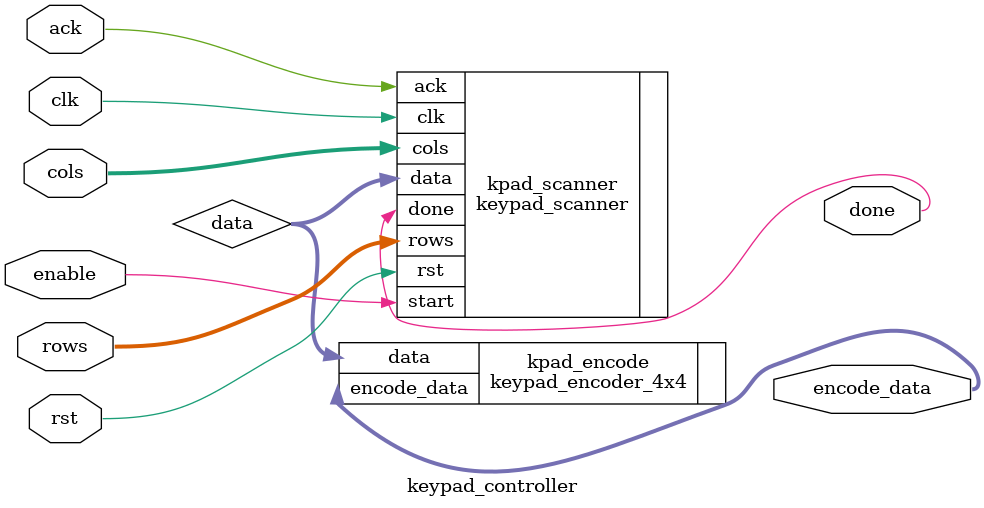
<source format=sv>
/* This controller instantiates the keypad scanner and the encoder. 
 * the encoder provides BCD output corresponding to the key pressed.
 * it is designed for 4x4 keypad.
 * -- Sanket
*/
module keypad_controller #(parameter cols_count=4,parameter rows_count=4)(
                           input clk, rst, enable, ack,
                           input [cols_count-1:0] cols,
                           input [rows_count-1:0]rows,
                           output reg [3:0] encode_data,
                           output reg done);

  wire [cols_count+rows_count-1:0] data;

  keypad_scanner kpad_scanner(.clk(clk), .rst(rst), .start(enable), .rows(rows),.cols(cols),.data(data),.ack(ack),.done(done));
  keypad_encoder_4x4 kpad_encode(.data(data),.encode_data(encode_data));

endmodule

</source>
